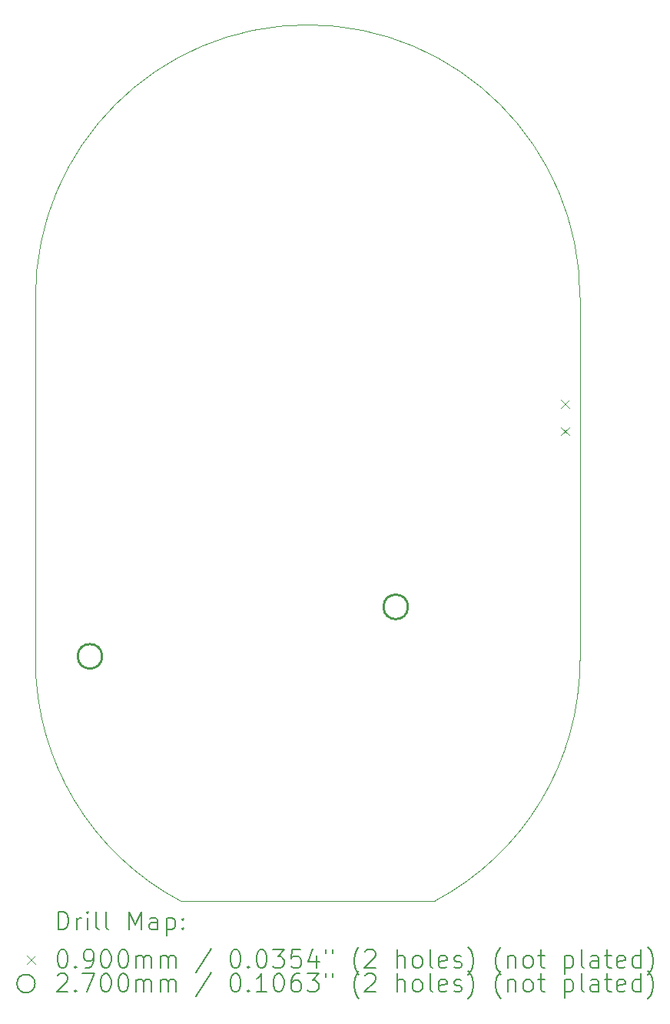
<source format=gbr>
%TF.GenerationSoftware,KiCad,Pcbnew,(6.0.8)*%
%TF.CreationDate,2022-11-08T22:00:13+00:00*%
%TF.ProjectId,octoscale,6f63746f-7363-4616-9c65-2e6b69636164,rev?*%
%TF.SameCoordinates,Original*%
%TF.FileFunction,Drillmap*%
%TF.FilePolarity,Positive*%
%FSLAX45Y45*%
G04 Gerber Fmt 4.5, Leading zero omitted, Abs format (unit mm)*
G04 Created by KiCad (PCBNEW (6.0.8)) date 2022-11-08 22:00:13*
%MOMM*%
%LPD*%
G01*
G04 APERTURE LIST*
%ADD10C,0.100000*%
%ADD11C,0.200000*%
%ADD12C,0.090000*%
%ADD13C,0.270000*%
G04 APERTURE END LIST*
D10*
X14000000Y-7500000D02*
X14000000Y-11500000D01*
X20000000Y-7500000D02*
X20000000Y-11500000D01*
X15600000Y-14150000D02*
X18400000Y-14150000D01*
X18400000Y-14149999D02*
G75*
G03*
X20000000Y-11500000I-1394530J2649999D01*
G01*
X20000000Y-7500000D02*
G75*
G03*
X14000000Y-7500000I-3000000J-340D01*
G01*
X13999998Y-11500000D02*
G75*
G03*
X15600000Y-14150000I3002562J4850D01*
G01*
D11*
D12*
X19790500Y-8630000D02*
X19880500Y-8720000D01*
X19880500Y-8630000D02*
X19790500Y-8720000D01*
X19790500Y-8930000D02*
X19880500Y-9020000D01*
X19880500Y-8930000D02*
X19790500Y-9020000D01*
D13*
X14735000Y-11455000D02*
G75*
G03*
X14735000Y-11455000I-135000J0D01*
G01*
X18105000Y-10910000D02*
G75*
G03*
X18105000Y-10910000I-135000J0D01*
G01*
D11*
X14252619Y-14465476D02*
X14252619Y-14265476D01*
X14300238Y-14265476D01*
X14328809Y-14275000D01*
X14347857Y-14294048D01*
X14357381Y-14313095D01*
X14366905Y-14351190D01*
X14366905Y-14379762D01*
X14357381Y-14417857D01*
X14347857Y-14436905D01*
X14328809Y-14455952D01*
X14300238Y-14465476D01*
X14252619Y-14465476D01*
X14452619Y-14465476D02*
X14452619Y-14332143D01*
X14452619Y-14370238D02*
X14462143Y-14351190D01*
X14471667Y-14341667D01*
X14490714Y-14332143D01*
X14509762Y-14332143D01*
X14576428Y-14465476D02*
X14576428Y-14332143D01*
X14576428Y-14265476D02*
X14566905Y-14275000D01*
X14576428Y-14284524D01*
X14585952Y-14275000D01*
X14576428Y-14265476D01*
X14576428Y-14284524D01*
X14700238Y-14465476D02*
X14681190Y-14455952D01*
X14671667Y-14436905D01*
X14671667Y-14265476D01*
X14805000Y-14465476D02*
X14785952Y-14455952D01*
X14776428Y-14436905D01*
X14776428Y-14265476D01*
X15033571Y-14465476D02*
X15033571Y-14265476D01*
X15100238Y-14408333D01*
X15166905Y-14265476D01*
X15166905Y-14465476D01*
X15347857Y-14465476D02*
X15347857Y-14360714D01*
X15338333Y-14341667D01*
X15319286Y-14332143D01*
X15281190Y-14332143D01*
X15262143Y-14341667D01*
X15347857Y-14455952D02*
X15328809Y-14465476D01*
X15281190Y-14465476D01*
X15262143Y-14455952D01*
X15252619Y-14436905D01*
X15252619Y-14417857D01*
X15262143Y-14398809D01*
X15281190Y-14389286D01*
X15328809Y-14389286D01*
X15347857Y-14379762D01*
X15443095Y-14332143D02*
X15443095Y-14532143D01*
X15443095Y-14341667D02*
X15462143Y-14332143D01*
X15500238Y-14332143D01*
X15519286Y-14341667D01*
X15528809Y-14351190D01*
X15538333Y-14370238D01*
X15538333Y-14427381D01*
X15528809Y-14446428D01*
X15519286Y-14455952D01*
X15500238Y-14465476D01*
X15462143Y-14465476D01*
X15443095Y-14455952D01*
X15624048Y-14446428D02*
X15633571Y-14455952D01*
X15624048Y-14465476D01*
X15614524Y-14455952D01*
X15624048Y-14446428D01*
X15624048Y-14465476D01*
X15624048Y-14341667D02*
X15633571Y-14351190D01*
X15624048Y-14360714D01*
X15614524Y-14351190D01*
X15624048Y-14341667D01*
X15624048Y-14360714D01*
D12*
X13905000Y-14750000D02*
X13995000Y-14840000D01*
X13995000Y-14750000D02*
X13905000Y-14840000D01*
D11*
X14290714Y-14685476D02*
X14309762Y-14685476D01*
X14328809Y-14695000D01*
X14338333Y-14704524D01*
X14347857Y-14723571D01*
X14357381Y-14761667D01*
X14357381Y-14809286D01*
X14347857Y-14847381D01*
X14338333Y-14866428D01*
X14328809Y-14875952D01*
X14309762Y-14885476D01*
X14290714Y-14885476D01*
X14271667Y-14875952D01*
X14262143Y-14866428D01*
X14252619Y-14847381D01*
X14243095Y-14809286D01*
X14243095Y-14761667D01*
X14252619Y-14723571D01*
X14262143Y-14704524D01*
X14271667Y-14695000D01*
X14290714Y-14685476D01*
X14443095Y-14866428D02*
X14452619Y-14875952D01*
X14443095Y-14885476D01*
X14433571Y-14875952D01*
X14443095Y-14866428D01*
X14443095Y-14885476D01*
X14547857Y-14885476D02*
X14585952Y-14885476D01*
X14605000Y-14875952D01*
X14614524Y-14866428D01*
X14633571Y-14837857D01*
X14643095Y-14799762D01*
X14643095Y-14723571D01*
X14633571Y-14704524D01*
X14624048Y-14695000D01*
X14605000Y-14685476D01*
X14566905Y-14685476D01*
X14547857Y-14695000D01*
X14538333Y-14704524D01*
X14528809Y-14723571D01*
X14528809Y-14771190D01*
X14538333Y-14790238D01*
X14547857Y-14799762D01*
X14566905Y-14809286D01*
X14605000Y-14809286D01*
X14624048Y-14799762D01*
X14633571Y-14790238D01*
X14643095Y-14771190D01*
X14766905Y-14685476D02*
X14785952Y-14685476D01*
X14805000Y-14695000D01*
X14814524Y-14704524D01*
X14824048Y-14723571D01*
X14833571Y-14761667D01*
X14833571Y-14809286D01*
X14824048Y-14847381D01*
X14814524Y-14866428D01*
X14805000Y-14875952D01*
X14785952Y-14885476D01*
X14766905Y-14885476D01*
X14747857Y-14875952D01*
X14738333Y-14866428D01*
X14728809Y-14847381D01*
X14719286Y-14809286D01*
X14719286Y-14761667D01*
X14728809Y-14723571D01*
X14738333Y-14704524D01*
X14747857Y-14695000D01*
X14766905Y-14685476D01*
X14957381Y-14685476D02*
X14976428Y-14685476D01*
X14995476Y-14695000D01*
X15005000Y-14704524D01*
X15014524Y-14723571D01*
X15024048Y-14761667D01*
X15024048Y-14809286D01*
X15014524Y-14847381D01*
X15005000Y-14866428D01*
X14995476Y-14875952D01*
X14976428Y-14885476D01*
X14957381Y-14885476D01*
X14938333Y-14875952D01*
X14928809Y-14866428D01*
X14919286Y-14847381D01*
X14909762Y-14809286D01*
X14909762Y-14761667D01*
X14919286Y-14723571D01*
X14928809Y-14704524D01*
X14938333Y-14695000D01*
X14957381Y-14685476D01*
X15109762Y-14885476D02*
X15109762Y-14752143D01*
X15109762Y-14771190D02*
X15119286Y-14761667D01*
X15138333Y-14752143D01*
X15166905Y-14752143D01*
X15185952Y-14761667D01*
X15195476Y-14780714D01*
X15195476Y-14885476D01*
X15195476Y-14780714D02*
X15205000Y-14761667D01*
X15224048Y-14752143D01*
X15252619Y-14752143D01*
X15271667Y-14761667D01*
X15281190Y-14780714D01*
X15281190Y-14885476D01*
X15376428Y-14885476D02*
X15376428Y-14752143D01*
X15376428Y-14771190D02*
X15385952Y-14761667D01*
X15405000Y-14752143D01*
X15433571Y-14752143D01*
X15452619Y-14761667D01*
X15462143Y-14780714D01*
X15462143Y-14885476D01*
X15462143Y-14780714D02*
X15471667Y-14761667D01*
X15490714Y-14752143D01*
X15519286Y-14752143D01*
X15538333Y-14761667D01*
X15547857Y-14780714D01*
X15547857Y-14885476D01*
X15938333Y-14675952D02*
X15766905Y-14933095D01*
X16195476Y-14685476D02*
X16214524Y-14685476D01*
X16233571Y-14695000D01*
X16243095Y-14704524D01*
X16252619Y-14723571D01*
X16262143Y-14761667D01*
X16262143Y-14809286D01*
X16252619Y-14847381D01*
X16243095Y-14866428D01*
X16233571Y-14875952D01*
X16214524Y-14885476D01*
X16195476Y-14885476D01*
X16176428Y-14875952D01*
X16166905Y-14866428D01*
X16157381Y-14847381D01*
X16147857Y-14809286D01*
X16147857Y-14761667D01*
X16157381Y-14723571D01*
X16166905Y-14704524D01*
X16176428Y-14695000D01*
X16195476Y-14685476D01*
X16347857Y-14866428D02*
X16357381Y-14875952D01*
X16347857Y-14885476D01*
X16338333Y-14875952D01*
X16347857Y-14866428D01*
X16347857Y-14885476D01*
X16481190Y-14685476D02*
X16500238Y-14685476D01*
X16519286Y-14695000D01*
X16528809Y-14704524D01*
X16538333Y-14723571D01*
X16547857Y-14761667D01*
X16547857Y-14809286D01*
X16538333Y-14847381D01*
X16528809Y-14866428D01*
X16519286Y-14875952D01*
X16500238Y-14885476D01*
X16481190Y-14885476D01*
X16462143Y-14875952D01*
X16452619Y-14866428D01*
X16443095Y-14847381D01*
X16433571Y-14809286D01*
X16433571Y-14761667D01*
X16443095Y-14723571D01*
X16452619Y-14704524D01*
X16462143Y-14695000D01*
X16481190Y-14685476D01*
X16614524Y-14685476D02*
X16738333Y-14685476D01*
X16671667Y-14761667D01*
X16700238Y-14761667D01*
X16719286Y-14771190D01*
X16728809Y-14780714D01*
X16738333Y-14799762D01*
X16738333Y-14847381D01*
X16728809Y-14866428D01*
X16719286Y-14875952D01*
X16700238Y-14885476D01*
X16643095Y-14885476D01*
X16624048Y-14875952D01*
X16614524Y-14866428D01*
X16919286Y-14685476D02*
X16824048Y-14685476D01*
X16814524Y-14780714D01*
X16824048Y-14771190D01*
X16843095Y-14761667D01*
X16890714Y-14761667D01*
X16909762Y-14771190D01*
X16919286Y-14780714D01*
X16928810Y-14799762D01*
X16928810Y-14847381D01*
X16919286Y-14866428D01*
X16909762Y-14875952D01*
X16890714Y-14885476D01*
X16843095Y-14885476D01*
X16824048Y-14875952D01*
X16814524Y-14866428D01*
X17100238Y-14752143D02*
X17100238Y-14885476D01*
X17052619Y-14675952D02*
X17005000Y-14818809D01*
X17128810Y-14818809D01*
X17195476Y-14685476D02*
X17195476Y-14723571D01*
X17271667Y-14685476D02*
X17271667Y-14723571D01*
X17566905Y-14961667D02*
X17557381Y-14952143D01*
X17538333Y-14923571D01*
X17528810Y-14904524D01*
X17519286Y-14875952D01*
X17509762Y-14828333D01*
X17509762Y-14790238D01*
X17519286Y-14742619D01*
X17528810Y-14714048D01*
X17538333Y-14695000D01*
X17557381Y-14666428D01*
X17566905Y-14656905D01*
X17633571Y-14704524D02*
X17643095Y-14695000D01*
X17662143Y-14685476D01*
X17709762Y-14685476D01*
X17728810Y-14695000D01*
X17738333Y-14704524D01*
X17747857Y-14723571D01*
X17747857Y-14742619D01*
X17738333Y-14771190D01*
X17624048Y-14885476D01*
X17747857Y-14885476D01*
X17985952Y-14885476D02*
X17985952Y-14685476D01*
X18071667Y-14885476D02*
X18071667Y-14780714D01*
X18062143Y-14761667D01*
X18043095Y-14752143D01*
X18014524Y-14752143D01*
X17995476Y-14761667D01*
X17985952Y-14771190D01*
X18195476Y-14885476D02*
X18176429Y-14875952D01*
X18166905Y-14866428D01*
X18157381Y-14847381D01*
X18157381Y-14790238D01*
X18166905Y-14771190D01*
X18176429Y-14761667D01*
X18195476Y-14752143D01*
X18224048Y-14752143D01*
X18243095Y-14761667D01*
X18252619Y-14771190D01*
X18262143Y-14790238D01*
X18262143Y-14847381D01*
X18252619Y-14866428D01*
X18243095Y-14875952D01*
X18224048Y-14885476D01*
X18195476Y-14885476D01*
X18376429Y-14885476D02*
X18357381Y-14875952D01*
X18347857Y-14856905D01*
X18347857Y-14685476D01*
X18528810Y-14875952D02*
X18509762Y-14885476D01*
X18471667Y-14885476D01*
X18452619Y-14875952D01*
X18443095Y-14856905D01*
X18443095Y-14780714D01*
X18452619Y-14761667D01*
X18471667Y-14752143D01*
X18509762Y-14752143D01*
X18528810Y-14761667D01*
X18538333Y-14780714D01*
X18538333Y-14799762D01*
X18443095Y-14818809D01*
X18614524Y-14875952D02*
X18633571Y-14885476D01*
X18671667Y-14885476D01*
X18690714Y-14875952D01*
X18700238Y-14856905D01*
X18700238Y-14847381D01*
X18690714Y-14828333D01*
X18671667Y-14818809D01*
X18643095Y-14818809D01*
X18624048Y-14809286D01*
X18614524Y-14790238D01*
X18614524Y-14780714D01*
X18624048Y-14761667D01*
X18643095Y-14752143D01*
X18671667Y-14752143D01*
X18690714Y-14761667D01*
X18766905Y-14961667D02*
X18776429Y-14952143D01*
X18795476Y-14923571D01*
X18805000Y-14904524D01*
X18814524Y-14875952D01*
X18824048Y-14828333D01*
X18824048Y-14790238D01*
X18814524Y-14742619D01*
X18805000Y-14714048D01*
X18795476Y-14695000D01*
X18776429Y-14666428D01*
X18766905Y-14656905D01*
X19128810Y-14961667D02*
X19119286Y-14952143D01*
X19100238Y-14923571D01*
X19090714Y-14904524D01*
X19081190Y-14875952D01*
X19071667Y-14828333D01*
X19071667Y-14790238D01*
X19081190Y-14742619D01*
X19090714Y-14714048D01*
X19100238Y-14695000D01*
X19119286Y-14666428D01*
X19128810Y-14656905D01*
X19205000Y-14752143D02*
X19205000Y-14885476D01*
X19205000Y-14771190D02*
X19214524Y-14761667D01*
X19233571Y-14752143D01*
X19262143Y-14752143D01*
X19281190Y-14761667D01*
X19290714Y-14780714D01*
X19290714Y-14885476D01*
X19414524Y-14885476D02*
X19395476Y-14875952D01*
X19385952Y-14866428D01*
X19376429Y-14847381D01*
X19376429Y-14790238D01*
X19385952Y-14771190D01*
X19395476Y-14761667D01*
X19414524Y-14752143D01*
X19443095Y-14752143D01*
X19462143Y-14761667D01*
X19471667Y-14771190D01*
X19481190Y-14790238D01*
X19481190Y-14847381D01*
X19471667Y-14866428D01*
X19462143Y-14875952D01*
X19443095Y-14885476D01*
X19414524Y-14885476D01*
X19538333Y-14752143D02*
X19614524Y-14752143D01*
X19566905Y-14685476D02*
X19566905Y-14856905D01*
X19576429Y-14875952D01*
X19595476Y-14885476D01*
X19614524Y-14885476D01*
X19833571Y-14752143D02*
X19833571Y-14952143D01*
X19833571Y-14761667D02*
X19852619Y-14752143D01*
X19890714Y-14752143D01*
X19909762Y-14761667D01*
X19919286Y-14771190D01*
X19928810Y-14790238D01*
X19928810Y-14847381D01*
X19919286Y-14866428D01*
X19909762Y-14875952D01*
X19890714Y-14885476D01*
X19852619Y-14885476D01*
X19833571Y-14875952D01*
X20043095Y-14885476D02*
X20024048Y-14875952D01*
X20014524Y-14856905D01*
X20014524Y-14685476D01*
X20205000Y-14885476D02*
X20205000Y-14780714D01*
X20195476Y-14761667D01*
X20176429Y-14752143D01*
X20138333Y-14752143D01*
X20119286Y-14761667D01*
X20205000Y-14875952D02*
X20185952Y-14885476D01*
X20138333Y-14885476D01*
X20119286Y-14875952D01*
X20109762Y-14856905D01*
X20109762Y-14837857D01*
X20119286Y-14818809D01*
X20138333Y-14809286D01*
X20185952Y-14809286D01*
X20205000Y-14799762D01*
X20271667Y-14752143D02*
X20347857Y-14752143D01*
X20300238Y-14685476D02*
X20300238Y-14856905D01*
X20309762Y-14875952D01*
X20328810Y-14885476D01*
X20347857Y-14885476D01*
X20490714Y-14875952D02*
X20471667Y-14885476D01*
X20433571Y-14885476D01*
X20414524Y-14875952D01*
X20405000Y-14856905D01*
X20405000Y-14780714D01*
X20414524Y-14761667D01*
X20433571Y-14752143D01*
X20471667Y-14752143D01*
X20490714Y-14761667D01*
X20500238Y-14780714D01*
X20500238Y-14799762D01*
X20405000Y-14818809D01*
X20671667Y-14885476D02*
X20671667Y-14685476D01*
X20671667Y-14875952D02*
X20652619Y-14885476D01*
X20614524Y-14885476D01*
X20595476Y-14875952D01*
X20585952Y-14866428D01*
X20576429Y-14847381D01*
X20576429Y-14790238D01*
X20585952Y-14771190D01*
X20595476Y-14761667D01*
X20614524Y-14752143D01*
X20652619Y-14752143D01*
X20671667Y-14761667D01*
X20747857Y-14961667D02*
X20757381Y-14952143D01*
X20776429Y-14923571D01*
X20785952Y-14904524D01*
X20795476Y-14875952D01*
X20805000Y-14828333D01*
X20805000Y-14790238D01*
X20795476Y-14742619D01*
X20785952Y-14714048D01*
X20776429Y-14695000D01*
X20757381Y-14666428D01*
X20747857Y-14656905D01*
X13995000Y-15059000D02*
G75*
G03*
X13995000Y-15059000I-100000J0D01*
G01*
X14243095Y-14968524D02*
X14252619Y-14959000D01*
X14271667Y-14949476D01*
X14319286Y-14949476D01*
X14338333Y-14959000D01*
X14347857Y-14968524D01*
X14357381Y-14987571D01*
X14357381Y-15006619D01*
X14347857Y-15035190D01*
X14233571Y-15149476D01*
X14357381Y-15149476D01*
X14443095Y-15130428D02*
X14452619Y-15139952D01*
X14443095Y-15149476D01*
X14433571Y-15139952D01*
X14443095Y-15130428D01*
X14443095Y-15149476D01*
X14519286Y-14949476D02*
X14652619Y-14949476D01*
X14566905Y-15149476D01*
X14766905Y-14949476D02*
X14785952Y-14949476D01*
X14805000Y-14959000D01*
X14814524Y-14968524D01*
X14824048Y-14987571D01*
X14833571Y-15025667D01*
X14833571Y-15073286D01*
X14824048Y-15111381D01*
X14814524Y-15130428D01*
X14805000Y-15139952D01*
X14785952Y-15149476D01*
X14766905Y-15149476D01*
X14747857Y-15139952D01*
X14738333Y-15130428D01*
X14728809Y-15111381D01*
X14719286Y-15073286D01*
X14719286Y-15025667D01*
X14728809Y-14987571D01*
X14738333Y-14968524D01*
X14747857Y-14959000D01*
X14766905Y-14949476D01*
X14957381Y-14949476D02*
X14976428Y-14949476D01*
X14995476Y-14959000D01*
X15005000Y-14968524D01*
X15014524Y-14987571D01*
X15024048Y-15025667D01*
X15024048Y-15073286D01*
X15014524Y-15111381D01*
X15005000Y-15130428D01*
X14995476Y-15139952D01*
X14976428Y-15149476D01*
X14957381Y-15149476D01*
X14938333Y-15139952D01*
X14928809Y-15130428D01*
X14919286Y-15111381D01*
X14909762Y-15073286D01*
X14909762Y-15025667D01*
X14919286Y-14987571D01*
X14928809Y-14968524D01*
X14938333Y-14959000D01*
X14957381Y-14949476D01*
X15109762Y-15149476D02*
X15109762Y-15016143D01*
X15109762Y-15035190D02*
X15119286Y-15025667D01*
X15138333Y-15016143D01*
X15166905Y-15016143D01*
X15185952Y-15025667D01*
X15195476Y-15044714D01*
X15195476Y-15149476D01*
X15195476Y-15044714D02*
X15205000Y-15025667D01*
X15224048Y-15016143D01*
X15252619Y-15016143D01*
X15271667Y-15025667D01*
X15281190Y-15044714D01*
X15281190Y-15149476D01*
X15376428Y-15149476D02*
X15376428Y-15016143D01*
X15376428Y-15035190D02*
X15385952Y-15025667D01*
X15405000Y-15016143D01*
X15433571Y-15016143D01*
X15452619Y-15025667D01*
X15462143Y-15044714D01*
X15462143Y-15149476D01*
X15462143Y-15044714D02*
X15471667Y-15025667D01*
X15490714Y-15016143D01*
X15519286Y-15016143D01*
X15538333Y-15025667D01*
X15547857Y-15044714D01*
X15547857Y-15149476D01*
X15938333Y-14939952D02*
X15766905Y-15197095D01*
X16195476Y-14949476D02*
X16214524Y-14949476D01*
X16233571Y-14959000D01*
X16243095Y-14968524D01*
X16252619Y-14987571D01*
X16262143Y-15025667D01*
X16262143Y-15073286D01*
X16252619Y-15111381D01*
X16243095Y-15130428D01*
X16233571Y-15139952D01*
X16214524Y-15149476D01*
X16195476Y-15149476D01*
X16176428Y-15139952D01*
X16166905Y-15130428D01*
X16157381Y-15111381D01*
X16147857Y-15073286D01*
X16147857Y-15025667D01*
X16157381Y-14987571D01*
X16166905Y-14968524D01*
X16176428Y-14959000D01*
X16195476Y-14949476D01*
X16347857Y-15130428D02*
X16357381Y-15139952D01*
X16347857Y-15149476D01*
X16338333Y-15139952D01*
X16347857Y-15130428D01*
X16347857Y-15149476D01*
X16547857Y-15149476D02*
X16433571Y-15149476D01*
X16490714Y-15149476D02*
X16490714Y-14949476D01*
X16471667Y-14978048D01*
X16452619Y-14997095D01*
X16433571Y-15006619D01*
X16671667Y-14949476D02*
X16690714Y-14949476D01*
X16709762Y-14959000D01*
X16719286Y-14968524D01*
X16728809Y-14987571D01*
X16738333Y-15025667D01*
X16738333Y-15073286D01*
X16728809Y-15111381D01*
X16719286Y-15130428D01*
X16709762Y-15139952D01*
X16690714Y-15149476D01*
X16671667Y-15149476D01*
X16652619Y-15139952D01*
X16643095Y-15130428D01*
X16633571Y-15111381D01*
X16624048Y-15073286D01*
X16624048Y-15025667D01*
X16633571Y-14987571D01*
X16643095Y-14968524D01*
X16652619Y-14959000D01*
X16671667Y-14949476D01*
X16909762Y-14949476D02*
X16871667Y-14949476D01*
X16852619Y-14959000D01*
X16843095Y-14968524D01*
X16824048Y-14997095D01*
X16814524Y-15035190D01*
X16814524Y-15111381D01*
X16824048Y-15130428D01*
X16833571Y-15139952D01*
X16852619Y-15149476D01*
X16890714Y-15149476D01*
X16909762Y-15139952D01*
X16919286Y-15130428D01*
X16928810Y-15111381D01*
X16928810Y-15063762D01*
X16919286Y-15044714D01*
X16909762Y-15035190D01*
X16890714Y-15025667D01*
X16852619Y-15025667D01*
X16833571Y-15035190D01*
X16824048Y-15044714D01*
X16814524Y-15063762D01*
X16995476Y-14949476D02*
X17119286Y-14949476D01*
X17052619Y-15025667D01*
X17081190Y-15025667D01*
X17100238Y-15035190D01*
X17109762Y-15044714D01*
X17119286Y-15063762D01*
X17119286Y-15111381D01*
X17109762Y-15130428D01*
X17100238Y-15139952D01*
X17081190Y-15149476D01*
X17024048Y-15149476D01*
X17005000Y-15139952D01*
X16995476Y-15130428D01*
X17195476Y-14949476D02*
X17195476Y-14987571D01*
X17271667Y-14949476D02*
X17271667Y-14987571D01*
X17566905Y-15225667D02*
X17557381Y-15216143D01*
X17538333Y-15187571D01*
X17528810Y-15168524D01*
X17519286Y-15139952D01*
X17509762Y-15092333D01*
X17509762Y-15054238D01*
X17519286Y-15006619D01*
X17528810Y-14978048D01*
X17538333Y-14959000D01*
X17557381Y-14930428D01*
X17566905Y-14920905D01*
X17633571Y-14968524D02*
X17643095Y-14959000D01*
X17662143Y-14949476D01*
X17709762Y-14949476D01*
X17728810Y-14959000D01*
X17738333Y-14968524D01*
X17747857Y-14987571D01*
X17747857Y-15006619D01*
X17738333Y-15035190D01*
X17624048Y-15149476D01*
X17747857Y-15149476D01*
X17985952Y-15149476D02*
X17985952Y-14949476D01*
X18071667Y-15149476D02*
X18071667Y-15044714D01*
X18062143Y-15025667D01*
X18043095Y-15016143D01*
X18014524Y-15016143D01*
X17995476Y-15025667D01*
X17985952Y-15035190D01*
X18195476Y-15149476D02*
X18176429Y-15139952D01*
X18166905Y-15130428D01*
X18157381Y-15111381D01*
X18157381Y-15054238D01*
X18166905Y-15035190D01*
X18176429Y-15025667D01*
X18195476Y-15016143D01*
X18224048Y-15016143D01*
X18243095Y-15025667D01*
X18252619Y-15035190D01*
X18262143Y-15054238D01*
X18262143Y-15111381D01*
X18252619Y-15130428D01*
X18243095Y-15139952D01*
X18224048Y-15149476D01*
X18195476Y-15149476D01*
X18376429Y-15149476D02*
X18357381Y-15139952D01*
X18347857Y-15120905D01*
X18347857Y-14949476D01*
X18528810Y-15139952D02*
X18509762Y-15149476D01*
X18471667Y-15149476D01*
X18452619Y-15139952D01*
X18443095Y-15120905D01*
X18443095Y-15044714D01*
X18452619Y-15025667D01*
X18471667Y-15016143D01*
X18509762Y-15016143D01*
X18528810Y-15025667D01*
X18538333Y-15044714D01*
X18538333Y-15063762D01*
X18443095Y-15082809D01*
X18614524Y-15139952D02*
X18633571Y-15149476D01*
X18671667Y-15149476D01*
X18690714Y-15139952D01*
X18700238Y-15120905D01*
X18700238Y-15111381D01*
X18690714Y-15092333D01*
X18671667Y-15082809D01*
X18643095Y-15082809D01*
X18624048Y-15073286D01*
X18614524Y-15054238D01*
X18614524Y-15044714D01*
X18624048Y-15025667D01*
X18643095Y-15016143D01*
X18671667Y-15016143D01*
X18690714Y-15025667D01*
X18766905Y-15225667D02*
X18776429Y-15216143D01*
X18795476Y-15187571D01*
X18805000Y-15168524D01*
X18814524Y-15139952D01*
X18824048Y-15092333D01*
X18824048Y-15054238D01*
X18814524Y-15006619D01*
X18805000Y-14978048D01*
X18795476Y-14959000D01*
X18776429Y-14930428D01*
X18766905Y-14920905D01*
X19128810Y-15225667D02*
X19119286Y-15216143D01*
X19100238Y-15187571D01*
X19090714Y-15168524D01*
X19081190Y-15139952D01*
X19071667Y-15092333D01*
X19071667Y-15054238D01*
X19081190Y-15006619D01*
X19090714Y-14978048D01*
X19100238Y-14959000D01*
X19119286Y-14930428D01*
X19128810Y-14920905D01*
X19205000Y-15016143D02*
X19205000Y-15149476D01*
X19205000Y-15035190D02*
X19214524Y-15025667D01*
X19233571Y-15016143D01*
X19262143Y-15016143D01*
X19281190Y-15025667D01*
X19290714Y-15044714D01*
X19290714Y-15149476D01*
X19414524Y-15149476D02*
X19395476Y-15139952D01*
X19385952Y-15130428D01*
X19376429Y-15111381D01*
X19376429Y-15054238D01*
X19385952Y-15035190D01*
X19395476Y-15025667D01*
X19414524Y-15016143D01*
X19443095Y-15016143D01*
X19462143Y-15025667D01*
X19471667Y-15035190D01*
X19481190Y-15054238D01*
X19481190Y-15111381D01*
X19471667Y-15130428D01*
X19462143Y-15139952D01*
X19443095Y-15149476D01*
X19414524Y-15149476D01*
X19538333Y-15016143D02*
X19614524Y-15016143D01*
X19566905Y-14949476D02*
X19566905Y-15120905D01*
X19576429Y-15139952D01*
X19595476Y-15149476D01*
X19614524Y-15149476D01*
X19833571Y-15016143D02*
X19833571Y-15216143D01*
X19833571Y-15025667D02*
X19852619Y-15016143D01*
X19890714Y-15016143D01*
X19909762Y-15025667D01*
X19919286Y-15035190D01*
X19928810Y-15054238D01*
X19928810Y-15111381D01*
X19919286Y-15130428D01*
X19909762Y-15139952D01*
X19890714Y-15149476D01*
X19852619Y-15149476D01*
X19833571Y-15139952D01*
X20043095Y-15149476D02*
X20024048Y-15139952D01*
X20014524Y-15120905D01*
X20014524Y-14949476D01*
X20205000Y-15149476D02*
X20205000Y-15044714D01*
X20195476Y-15025667D01*
X20176429Y-15016143D01*
X20138333Y-15016143D01*
X20119286Y-15025667D01*
X20205000Y-15139952D02*
X20185952Y-15149476D01*
X20138333Y-15149476D01*
X20119286Y-15139952D01*
X20109762Y-15120905D01*
X20109762Y-15101857D01*
X20119286Y-15082809D01*
X20138333Y-15073286D01*
X20185952Y-15073286D01*
X20205000Y-15063762D01*
X20271667Y-15016143D02*
X20347857Y-15016143D01*
X20300238Y-14949476D02*
X20300238Y-15120905D01*
X20309762Y-15139952D01*
X20328810Y-15149476D01*
X20347857Y-15149476D01*
X20490714Y-15139952D02*
X20471667Y-15149476D01*
X20433571Y-15149476D01*
X20414524Y-15139952D01*
X20405000Y-15120905D01*
X20405000Y-15044714D01*
X20414524Y-15025667D01*
X20433571Y-15016143D01*
X20471667Y-15016143D01*
X20490714Y-15025667D01*
X20500238Y-15044714D01*
X20500238Y-15063762D01*
X20405000Y-15082809D01*
X20671667Y-15149476D02*
X20671667Y-14949476D01*
X20671667Y-15139952D02*
X20652619Y-15149476D01*
X20614524Y-15149476D01*
X20595476Y-15139952D01*
X20585952Y-15130428D01*
X20576429Y-15111381D01*
X20576429Y-15054238D01*
X20585952Y-15035190D01*
X20595476Y-15025667D01*
X20614524Y-15016143D01*
X20652619Y-15016143D01*
X20671667Y-15025667D01*
X20747857Y-15225667D02*
X20757381Y-15216143D01*
X20776429Y-15187571D01*
X20785952Y-15168524D01*
X20795476Y-15139952D01*
X20805000Y-15092333D01*
X20805000Y-15054238D01*
X20795476Y-15006619D01*
X20785952Y-14978048D01*
X20776429Y-14959000D01*
X20757381Y-14930428D01*
X20747857Y-14920905D01*
M02*

</source>
